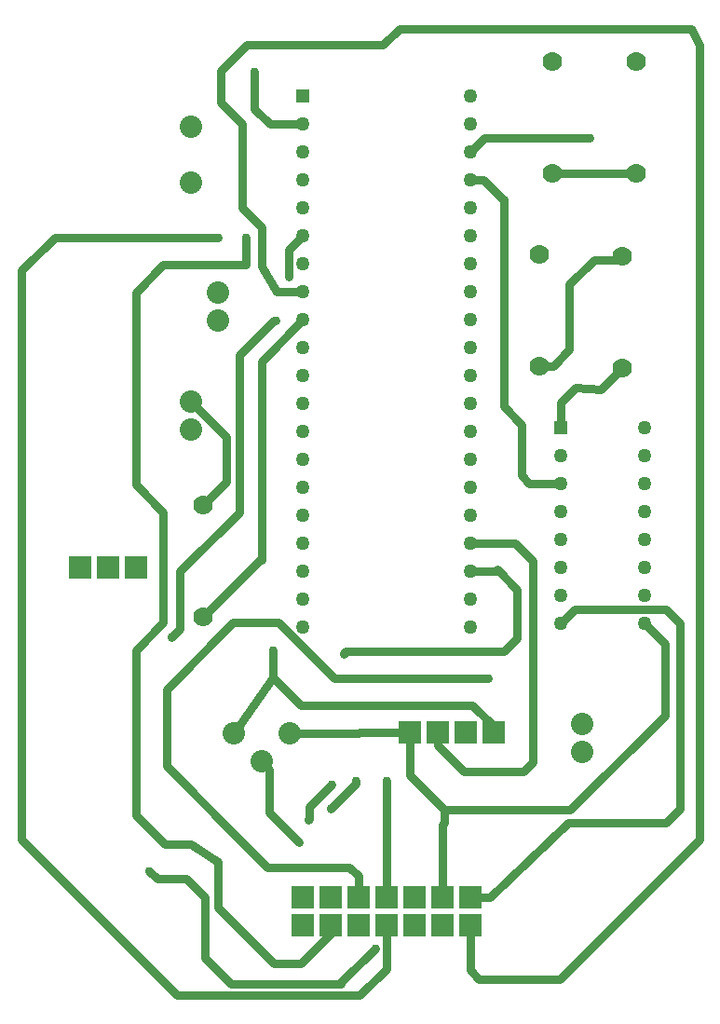
<source format=gbr>
G04 PROTEUS RS274X GERBER FILE*
%FSLAX45Y45*%
%MOMM*%
G01*
%ADD10C,0.762000*%
%ADD11C,0.762000*%
%ADD12R,1.270000X1.270000*%
%ADD13C,1.270000*%
%ADD14C,2.032000*%
%ADD15R,2.032000X2.032000*%
%ADD16C,1.778000*%
D10*
X-1886000Y-1948000D02*
X-1370733Y-1432733D01*
X-1358057Y-1432733D01*
X-1358057Y+374943D01*
X-979000Y+754000D01*
X+1360000Y-226000D02*
X+1360000Y-454D01*
X+1494758Y+134304D01*
X+1726404Y+118404D01*
X+1921000Y+313000D01*
X+1624500Y+2405000D02*
X+672000Y+2405000D01*
X+545000Y+2278000D01*
X+545000Y+2024000D02*
X+661789Y+2024000D01*
X+832267Y+1853522D01*
X+842550Y+1843239D01*
X+842550Y-38623D01*
X+1007085Y-203158D01*
X+1007085Y-665910D01*
X+1075175Y-734000D01*
X+1360000Y-734000D01*
X-217000Y-3437000D02*
X-222000Y-3442000D01*
X-222000Y-4500000D01*
X+705414Y-2508766D02*
X-693676Y-2508766D01*
X-1199584Y-2002858D01*
X-1615601Y-2002858D01*
X-2221856Y-2609113D01*
X-2221856Y-3306453D01*
X-1530692Y-3997617D01*
X-1302903Y-4225406D01*
X-557130Y-4225406D01*
X-476000Y-4306536D01*
X-476000Y-4500000D01*
X-718499Y-3470243D02*
X-920596Y-3672340D01*
X-920596Y-3785424D01*
X-929783Y-3794611D01*
X-608264Y-2283472D02*
X-589892Y-2265100D01*
X+847757Y-2265100D01*
X+967179Y-2145678D01*
X+967179Y-1704739D01*
X+783453Y-1521013D01*
X+772466Y-1532000D01*
X+545000Y-1532000D01*
X+545000Y-1278000D02*
X+952497Y-1278000D01*
X+1112870Y-1438373D01*
X+1112870Y-3267417D01*
X+1027799Y-3352488D01*
X+480909Y-3352488D01*
X+468755Y-3340334D01*
X+242000Y-3113579D01*
X+242000Y-3000000D01*
X-1419150Y+3007591D02*
X-1419150Y+2669151D01*
X-1281990Y+2531991D01*
X-979000Y+2532000D01*
X-725000Y-3691000D02*
X-500000Y-3466000D01*
X-500000Y-3437000D01*
X+305132Y-3705224D02*
X+305132Y-3818000D01*
X+286000Y-3837132D01*
X+286000Y-4500000D01*
X-1104000Y-3008000D02*
X-471000Y-3008000D01*
X-463000Y-3000000D01*
X-12000Y-3000000D01*
X+2048000Y+2083000D02*
X+1286000Y+2083000D01*
X+305132Y-3705224D02*
X-12000Y-3388092D01*
X-12000Y-3183000D01*
X+1307000Y-3705224D02*
X+1243500Y-3705224D01*
X-12000Y-3000000D02*
X-12000Y-3183000D01*
X+305132Y-3705224D02*
X+1243500Y-3705224D01*
X+1307000Y-3705224D02*
X+1370500Y-3705224D01*
X+1921000Y+1329000D02*
X+1888836Y+1296836D01*
X+1666395Y+1296836D01*
X+1443449Y+1073890D01*
X+1443449Y+484673D01*
X+1291776Y+333000D01*
X+1167000Y+333000D01*
X+2122000Y-2004000D02*
X+2311221Y-2193221D01*
X+2311221Y-2845471D01*
X+1451468Y-3705224D01*
X+1370500Y-3705224D01*
X-1019100Y-3994304D02*
X-1284879Y-3728525D01*
X-1284879Y-3710404D01*
X-1284879Y-3335121D01*
X-1358000Y-3262000D01*
X-2000000Y+4000D02*
X-1677500Y-318500D01*
X-1677500Y-723500D01*
X-1886000Y-932000D01*
X-1250000Y-2500000D02*
X-1612000Y-3008000D01*
X-1250000Y-2250000D02*
X-1250000Y-2500000D01*
X+750000Y-3000000D02*
X+750000Y-2941210D01*
X+558790Y-2750000D01*
X-1000000Y-2750000D01*
X-1250000Y-2500000D01*
X-1500000Y+1500000D02*
X-1500000Y+1250000D01*
X-2250000Y+1250000D01*
X-2500000Y+1000000D01*
X-2500000Y-750000D01*
X-2250000Y-1000000D01*
X-2250000Y-2000000D01*
X-2500000Y-2250000D01*
X-2500000Y-3750000D01*
X-2236433Y-4013567D01*
X-2000000Y-4013567D01*
X-1750000Y-4176372D01*
X-1750000Y-4592901D01*
X-1242256Y-5100645D01*
X-1001845Y-5100645D01*
X-730000Y-4828800D01*
X-730000Y-4754000D01*
X-222000Y-4754000D02*
X-222000Y-5146140D01*
X-464860Y-5389000D01*
X-2124771Y-5389000D01*
X-3539596Y-3974175D01*
X-3539596Y+1197216D01*
X-3236812Y+1500000D01*
X-1750000Y+1500000D01*
X-325447Y-4963401D02*
X-632882Y-5270836D01*
X-632882Y-5287430D01*
X-1633751Y-5287430D01*
X-1869942Y-5051239D01*
X-1869942Y-4494928D01*
X-2038299Y-4326571D01*
X-2305475Y-4326571D01*
X-2376086Y-4255960D01*
X-2381023Y-4255960D01*
X-2177604Y-2135629D02*
X-2096969Y-2054994D01*
X-2096969Y-1537561D01*
X-1556508Y-997100D01*
X-1556508Y+429589D01*
X-1243132Y+742965D01*
X-1226640Y+742965D01*
X-1109352Y+1138807D02*
X-1109352Y+1385648D01*
X-979000Y+1516000D01*
X+1360000Y-2004000D02*
X+1487000Y-1877000D01*
X+2323000Y-1877000D01*
X+2450000Y-2004000D01*
X+2450000Y-3691000D01*
X+2323000Y-3818000D01*
X+1434000Y-3818000D01*
X+719000Y-4500000D01*
X+540000Y-4500000D01*
X-979000Y+1008000D02*
X-981285Y+1005715D01*
X-1218106Y+1005715D01*
X-1353991Y+1238287D01*
X-1353991Y+1587145D01*
X-1531685Y+1764839D01*
X-1531685Y+2527884D01*
X-1730286Y+2726485D01*
X-1730286Y+3013933D01*
X-1494219Y+3250000D01*
X-250000Y+3250000D01*
X-103769Y+3396231D01*
X+2550394Y+3396231D01*
X+2621410Y+3250000D01*
X+2621410Y-3969102D01*
X+1351410Y-5239102D01*
X+618717Y-5239102D01*
X+540000Y-5160385D01*
X+540000Y-4754000D01*
D11*
X+1624500Y+2405000D03*
X-217000Y-3437000D03*
X+705414Y-2508766D03*
X-929783Y-3794611D03*
X-718499Y-3470243D03*
X-608264Y-2283472D03*
X-1419150Y+3007591D03*
X-500000Y-3437000D03*
X-725000Y-3691000D03*
X-1019100Y-3994304D03*
X-1250000Y-2250000D03*
X-1500000Y+1500000D03*
X-1750000Y+1500000D03*
X-325447Y-4963401D03*
X-2381023Y-4255960D03*
X-2177604Y-2135629D03*
X-1226640Y+742965D03*
X-1109352Y+1138807D03*
D12*
X-979000Y+2786000D03*
D13*
X-979000Y+2532000D03*
X-979000Y+2278000D03*
X-979000Y+2024000D03*
X-979000Y+1770000D03*
X-979000Y+1516000D03*
X-979000Y+1262000D03*
X-979000Y+1008000D03*
X-979000Y+754000D03*
X-979000Y+500000D03*
X-979000Y+246000D03*
X-979000Y-8000D03*
X-979000Y-262000D03*
X-979000Y-516000D03*
X-979000Y-770000D03*
X-979000Y-1024000D03*
X-979000Y-1278000D03*
X-979000Y-1532000D03*
X-979000Y-1786000D03*
X-979000Y-2040000D03*
X+545000Y-2040000D03*
X+545000Y-1786000D03*
X+545000Y-1532000D03*
X+545000Y-1278000D03*
X+545000Y-1024000D03*
X+545000Y-770000D03*
X+545000Y-516000D03*
X+545000Y-262000D03*
X+545000Y-8000D03*
X+545000Y+246000D03*
X+545000Y+500000D03*
X+545000Y+754000D03*
X+545000Y+1008000D03*
X+545000Y+1262000D03*
X+545000Y+1516000D03*
X+545000Y+1770000D03*
X+545000Y+2024000D03*
X+545000Y+2278000D03*
X+545000Y+2532000D03*
X+545000Y+2786000D03*
D12*
X+1360000Y-226000D03*
D13*
X+1360000Y-480000D03*
X+1360000Y-734000D03*
X+1360000Y-988000D03*
X+1360000Y-1242000D03*
X+1360000Y-1496000D03*
X+1360000Y-1750000D03*
X+1360000Y-2004000D03*
X+2122000Y-2004000D03*
X+2122000Y-1750000D03*
X+2122000Y-1496000D03*
X+2122000Y-1242000D03*
X+2122000Y-988000D03*
X+2122000Y-734000D03*
X+2122000Y-480000D03*
X+2122000Y-226000D03*
D14*
X-1612000Y-3008000D03*
X-1104000Y-3008000D03*
X-1358000Y-3262000D03*
X-2000000Y+2000000D03*
X-2000000Y+2508000D03*
D15*
X-12000Y-3000000D03*
X+242000Y-3000000D03*
X+496000Y-3000000D03*
X+750000Y-3000000D03*
D14*
X-2000000Y+4000D03*
X-2000000Y-250000D03*
X-1750000Y+746000D03*
X-1750000Y+1000000D03*
D16*
X-1886000Y-1948000D03*
X-1886000Y-932000D03*
D14*
X+1556000Y-3175000D03*
X+1556000Y-2921000D03*
D16*
X+1921000Y+1329000D03*
X+1921000Y+313000D03*
X+2048000Y+2083000D03*
X+2048000Y+3099000D03*
X+1286000Y+2083000D03*
X+1286000Y+3099000D03*
X+1167000Y+333000D03*
X+1167000Y+1349000D03*
D15*
X+540000Y-4500000D03*
X+286000Y-4500000D03*
X+32000Y-4500000D03*
X-222000Y-4500000D03*
X-476000Y-4500000D03*
X-730000Y-4500000D03*
X-984000Y-4500000D03*
X-984000Y-4754000D03*
X-730000Y-4754000D03*
X-476000Y-4754000D03*
X-222000Y-4754000D03*
X+32000Y-4754000D03*
X+286000Y-4754000D03*
X+540000Y-4754000D03*
X-2500000Y-1500000D03*
X-2754000Y-1500000D03*
X-3008000Y-1500000D03*
M02*

</source>
